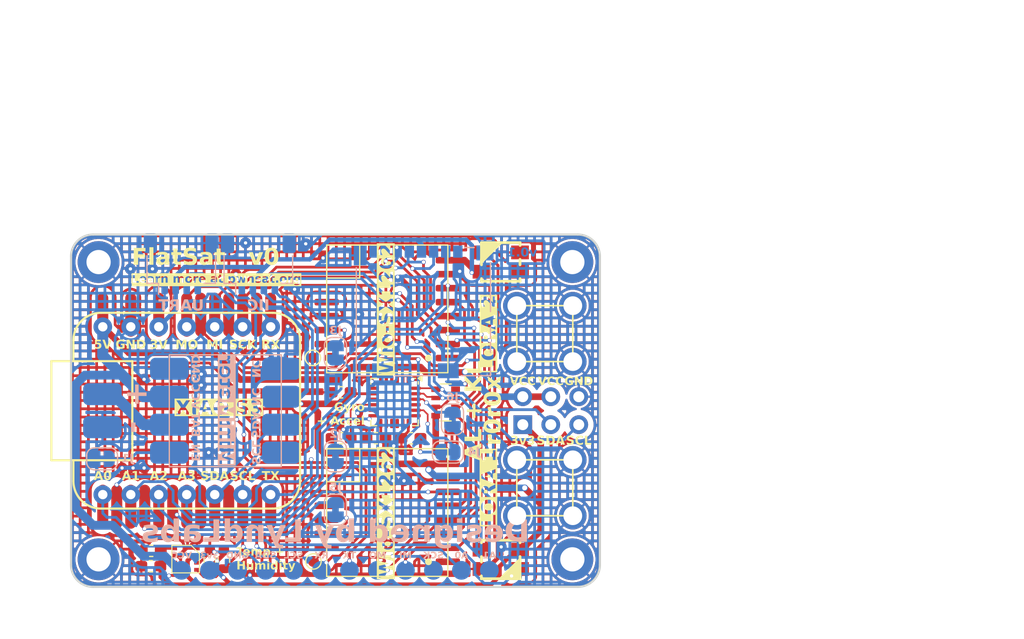
<source format=kicad_pcb>
(kicad_pcb (version 20241229) (generator "pcbnew") (generator_version "9.0")
  (layers (0 "F.Cu" signal) (2 "B.Cu" signal) (13 "F.Paste" user) (15 "B.Paste" user) (5 "F.SilkS" user "F.Silkscreen") (7 "B.SilkS" user "B.Silkscreen") (1 "F.Mask" user) (3 "B.Mask" user) (25 "Edge.Cuts" user))
  (net 0 "")
  (net 1 "Net-(U2-REGOUT)")
  (net 2 "GND")
  (net 3 "Net-(JP4-B)")
  (net 4 "MCU_RX_1")
  (net 5 "Net-(D1-DOUT)")
  (net 6 "Net-(JP4-A)")
  (net 7 "SCL")
  (net 8 "MCU_TX_1")
  (net 9 "Net-(JP1-B)")
  (net 10 "LED")
  (net 12 "CS1")
  (net 13 "CS2")
  (net 14 "SCK")
  (net 15 "MISO")
  (net 16 "MOSI")
  (net 17 "VCC")
  (net 22 "MCU_TX")
  (net 23 "MCU_RX")
  (net 24 "VBAT")
  (net 25 "Net-(JP2-A)")
  (net 26 "INT")
  (net 27 "Net-(JP3-A)")
  (net 28 "BUSY1")
  (net 29 "Net-(JP5-A)")
  (net 30 "BUSY2")
  (net 31 "Net-(U5-DI01)")
  (net 32 "Net-(U6-DI01)")
  (net 34 "SD_CS")
  (net 36 "A0")
  (net 37 "SD_DT")
  (net 39 "A1")
  (net 40 "+3V3")
  (net 41 "SDA")
  (net 42 "NCS")
  (net 43 "Net-(RN1D-R4.2)")
  (net 44 "Net-(RN1C-R3.2)")
  (footprint "Seeed:Wio-SX1262" (layer "F.Cu") (at 4.7 9.25 90)
    (property "Reference" "U6" (hide yes))
    (property "Value" "~")
  )
  (footprint "Package_LGA:Bosch_LGA-8_2.5x2.5mm_P0.65mm_ClockwisePinNumbering" (layer "F.Cu") (at -13.6 13.48 -90)
    (property "Reference" "U3" (hide yes))
    (property "Value" "BME280 /BMP280")
  )
  (footprint "MountingHole:MountingHole_2.2mm_M2_DIN965_Pad" (layer "F.Cu") (at -21.5 13.5)
    (property "Reference" "REF**" (hide yes))
    (property "Value" "M2" (hide yes))
  )
  (footprint "Capacitor_SMD:C_0603_1608Metric_Pad1.08x0.95mm_HandSolder" (layer "F.Cu") (at 0.5125 2.5 180)
    (property "Reference" "C1" (hide yes))
    (property "Value" "0.1uf")
  )
  (footprint "Capacitor_SMD:C_0603_1608Metric_Pad1.08x0.95mm_HandSolder" (layer "F.Cu") (at 0.5125 -1.67 180)
    (property "Reference" "C5" (hide yes))
    (property "Value" "0.1uf")
  )
  (footprint "Capacitor_SMD:C_0603_1608Metric_Pad1.08x0.95mm_HandSolder" (layer "F.Cu") (at 3.675 2.5 180)
    (property "Reference" "C4" (hide yes))
    (property "Value" "0.1uf")
  )
  (footprint "Connector_Coaxial:SMA_Amphenol_901-143_Horizontal" (layer "F.Cu") (at 19 7 -90)
    (property "Reference" "AE1" (hide yes))
    (property "Value" "u.fl to SMA Edge Mount")
  )
  (footprint "MountingHole:MountingHole_2.2mm_M2_DIN965_Pad" (layer "F.Cu") (at 21.5 13.5)
    (property "Reference" "REF**" (hide yes))
    (property "Value" "M2" (hide yes))
  )
  (footprint "Connector_Coaxial:SMA_Amphenol_901-143_Horizontal" (layer "F.Cu") (at 19 -7 -90)
    (property "Reference" "AE2" (hide yes))
    (property "Value" "u.fl to SMA Edge Mount")
  )
  (footprint "Capacitor_SMD:C_0603_1608Metric_Pad1.08x0.95mm_HandSolder" (layer "F.Cu") (at 6.85 2.5 180)
    (property "Reference" "C2" (hide yes))
    (property "Value" "2.2uf")
  )
  (footprint "Capacitor_SMD:C_0603_1608Metric_Pad1.08x0.95mm_HandSolder" (layer "F.Cu") (at -16.72 12.73 180)
    (property "Reference" "C6" (hide yes))
    (property "Value" "100nF")
  )
  (footprint "Capacitor_SMD:C_0603_1608Metric_Pad1.08x0.95mm_HandSolder" (layer "F.Cu") (at -16.76 14.12 180)
    (property "Reference" "C3" (hide yes))
    (property "Value" "100nF")
  )
  (footprint "MountingHole:MountingHole_2.2mm_M2_DIN965_Pad" (layer "F.Cu") (at 21.5 -13.5)
    (property "Reference" "REF**" (hide yes))
    (property "Value" "M2" (hide yes))
  )
  (footprint "Seeed:XIAO_SMT" (layer "F.Cu") (at -13.5 0 -90)
    (property "Reference" "U1" (hide yes))
    (property "Value" "Xiao" (hide yes))
  )
  (footprint "LED_SMD:LED_SK6812MINI_PLCC4_3.5x3.5mm_P1.75mm" (layer "F.Cu") (at 15 -13.5 180)
    (property "Reference" "D2" (hide yes))
    (property "Value" "SK6812MINI")
  )
  (footprint "LED_SMD:LED_SK6812MINI_PLCC4_3.5x3.5mm_P1.75mm" (layer "F.Cu") (at 15 13.5)
    (property "Reference" "D1" (hide yes))
    (property "Value" "SK6812MINI")
  )
  (footprint "Resistor_SMD:R_0603_1608Metric" (layer "F.Cu") (at -11.405 13.53 90)
    (property "Reference" "R5" (hide yes))
    (property "Value" "4.7K")
  )
  (footprint "TestPoint:TestPoint_Pad_D1.0mm" (layer "F.Cu") (at -2 13.69)
    (property "Reference" "TP2" (hide yes))
    (property "Value" "TestPoint" (hide yes))
  )
  (footprint "Connector_PinHeader_2.54mm:PinHeader_2x03_P2.54mm_Vertical" (layer "F.Cu") (at 17 1.27 90)
    (property "Reference" "J4" (hide yes))
    (property "Value" "Conn_02x03_Odd_Even")
  )
  (footprint "Seeed:Wio-SX1262" (layer "F.Cu") (at 4.7 -9.25 90)
    (property "Reference" "U5" (hide yes))
    (property "Value" "~")
  )
  (footprint "TestPoint:TestPoint_Pad_D1.0mm" (layer "F.Cu") (at -2.05 -4.8)
    (property "Reference" "TP1" (hide yes))
    (property "Value" "TestPoint" (hide yes))
  )
  (footprint "Resistor_SMD:R_Array_Convex_4x0603" (layer "F.Cu") (at 10 -0.75)
    (property "Reference" "RN1" (hide yes))
    (property "Value" "10K")
  )
  (footprint "MountingHole:MountingHole_2.2mm_M2_DIN965_Pad" (layer "F.Cu") (at -21.5 -13.5)
    (property "Reference" "REF**" (hide yes))
    (property "Value" "M2" (hide yes))
  )
  (footprint "Resistor_SMD:R_0603_1608Metric" (layer "F.Cu") (at -10.13 13.53 90)
    (property "Reference" "R4" (hide yes))
    (property "Value" "4.7K")
  )
  (footprint "Sensor_Motion:InvenSense_QFN-24_4x4mm_P0.5mm" (layer "F.Cu") (at 5.36 -0.79 -90)
    (property "Reference" "U2" (hide yes))
    (property "Value" "MPU-6050 / 6500")
  )
  (footprint "Jumper:SolderJumper-2_P1.3mm_Bridged_RoundedPad1.0x1.5mm" (layer "B.Cu") (at 10.62 0.79 -90)
    (property "Reference" "JP6" (hide yes))
    (property "Value" "SolderJumper_2_Bridged")
  )
  (footprint "PicoCharge:MiniMeter" (layer "B.Cu") (at -10 0 -90)
    (property "Reference" "U4" (hide yes))
    (property "Value" "MiniMeter")
  )
  (footprint "Connector_PinHeader_2.54mm:PinHeader_1x12_P2.54mm_Vertical" (layer "B.Cu") (at -13.97 14.5 -90)
    (property "Reference" "J5" (hide yes))
    (property "Value" "Conn_01x12_Pin")
  )
  (footprint "Jumper:SolderJumper-2_P1.3mm_Bridged_RoundedPad1.0x1.5mm" (layer "B.Cu") (at -21.18 4.37)
    (property "Reference" "JP1" (hide yes))
    (property "Value" "SolderJumper_2_Bridged")
  )
  (footprint "Connector_JST:JST_PH_S2B-PH-SM4-TB_1x02-1MP_P2.00mm_Horizontal" (layer "B.Cu") (at -24 0 90)
    (property "Reference" "J1" (hide yes))
    (property "Value" "LiPo" (hide yes))
  )
  (footprint "Connector_Card:microSD_HC_Molex_104031-0811" (layer "B.Cu") (at 8 -9 180)
    (property "Reference" "J7" (hide yes))
    (property "Value" "Micro_SD_Card_Det2")
  )
  (footprint "Jumper:SolderJumper-2_P1.3mm_Bridged_RoundedPad1.0x1.5mm" (layer "B.Cu") (at 0 4.15 -90)
    (property "Reference" "JP2" (hide yes))
    (property "Value" "SolderJumper_2_Bridged")
  )
  (footprint "Connector_JST:JST_SH_SM04B-SRSS-TB_1x04-1MP_P1.00mm_Horizontal" (layer "B.Cu") (at -14 -13.35)
    (property "Reference" "J2" (hide yes))
    (property "Value" "Conn_01x04_MountingPin" (hide yes))
  )
  (footprint "Jumper:SolderJumper-2_P1.3mm_Bridged_RoundedPad1.0x1.5mm" (layer "B.Cu") (at 10.2 3.76 180)
    (property "Reference" "JP4" (hide yes))
    (property "Value" "SolderJumper_2_Bridged")
  )
  (footprint "Connector_JST:JST_SH_SM04B-SRSS-TB_1x04-1MP_P1.00mm_Horizontal" (layer "B.Cu") (at -7 -13.35)
    (property "Reference" "J3" (hide yes))
    (property "Value" "Conn_01x04_MountingPin" (hide yes))
  )
  (footprint "Jumper:SolderJumper-2_P1.3mm_Bridged_RoundedPad1.0x1.5mm" (layer "B.Cu") (at 0 -5.25 -90)
    (property "Reference" "JP3" (hide yes))
    (property "Value" "SolderJumper_2_Bridged")
  )
  (footprint "Jumper:SolderJumper-2_P1.3mm_Bridged_RoundedPad1.0x1.5mm" (layer "B.Cu") (at 0 9 90)
    (property "Reference" "JP5" (hide yes))
    (property "Value" "SolderJumper_2_Bridged")
  )
  (gr_arc (start -24 -14) (mid -23.414214 -15.414214) (end -22 -16) (stroke (width 0.2)) (layer "Edge.Cuts"))
  (gr_arc (start 24 14) (mid 23.414214 15.414214) (end 22 16) (stroke (width 0.2)) (layer "Edge.Cuts"))
  (gr_line (start -22 16) (end 22 16) (stroke (width 0.2)) (layer "Edge.Cuts"))
  (gr_line (start 22 -16) (end -22 -16) (stroke (width 0.2)) (layer "Edge.Cuts"))
  (gr_arc (start -22 16) (mid -23.414214 15.414214) (end -24 14) (stroke (width 0.2)) (layer "Edge.Cuts"))
  (gr_line (start -24 -14) (end -24 14) (stroke (width 0.2)) (layer "Edge.Cuts"))
  (gr_line (start 24 14) (end 24 -14) (stroke (width 0.2)) (layer "Edge.Cuts"))
  (gr_arc (start 22 -16) (mid 23.414214 -15.414214) (end 24 -14) (stroke (width 0.2)) (layer "Edge.Cuts"))
  (gr_text "v0.1" (at 18.3 -13.87 0) (layer "B.Cu") (effects (font (size 0.8 0.8) (thickness 0.15) (bold yes)) (justify left bottom mirror)))
  (gr_text "AL + KL" (at 13.5 0 90) (layer "F.SilkS") (effects (font (size 1.5 1.5) (thickness 0.1875) (bold yes)) (justify bottom)))
  (gr_text "Temp +\nHumidity" (at -9 13.475 0) (layer "F.SilkS") (effects (font (size 0.75 0.75) (thickness 0.1875) (bold yes)) (justify left)))
  (gr_text "Learn more at pwnsat.org" (at -18.5 -11.5 0) (layer "F.SilkS" knockout) (effects (font (size 0.75 0.75) (thickness 0.1875) (bold yes)) (justify left bottom)))
  (gr_text "r0r0x" (at 15.25 0 90) (layer "F.SilkS") (effects (font (size 1.5 1.5) (thickness 0.1875) (bold yes)) (justify bottom)))
  (gr_text "FlatSat" (at -18.5 -13 0) (layer "F.SilkS") (effects (font (size 1.5 1.5) (thickness 0.3) (bold yes)) (justify left bottom)))
  (gr_text "Gyro\n+ Accel" (at 2.66 1.4 0) (layer "F.SilkS") (effects (font (size 0.75 0.75) (thickness 0.1875) (bold yes)) (justify right bottom)))
  (gr_text "v0" (at -7.9 -13 0) (layer "F.SilkS") (effects (font (size 1.5 1.5) (thickness 0.3) (bold yes)) (justify left bottom)))
  (gr_text "Designed by LyndLabs" (at 0 12.25 0) (layer "B.SilkS") (effects (font (size 2 2) (thickness 0.1875) (bold yes)) (justify bottom mirror)))
  (segment (start 1.375 -0.035) (end 1.375 2.5) (width 0.15) (layer "F.Cu") (net 1))
  (segment (start 3.41 -0.54) (end 1.88 -0.54) (width 0.15) (layer "F.Cu") (net 1))
  (segment (start 1.88 -0.54) (end 1.375 -0.035) (width 0.15) (layer "F.Cu") (net 1))
  (segment (start -14.049 12.959) (end -13.595 12.505) (width 0.25) (layer "F.Cu") (net 2))
  (segment (start 2.275 -0.04) (end 3.41 -0.04) (width 0.15) (layer "F.Cu") (net 2))
  (segment (start 6.995 -2.84) (end 6.71 -2.84) (width 0.25) (layer "F.Cu") (net 2))
  (segment (start -14.049 13.231) (end -14.049 13.49) (width 0.25) (layer "F.Cu") (net 2))
  (segment (start -17.4 14.3825) (end -17.44 14.3425) (width 0.4) (layer "F.Cu") (net 2))
  (segment (start 13.727 14.375) (end 15.04 13.062) (width 0.4) (layer "F.Cu") (net 2))
  (segment (start -14.049 13.231) (end -14.049 12.959) (width 0.25) (layer "F.Cu") (net 2))
  (segment (start 6.61 1.16) (end 6.61 1.8775) (width 0.25) (layer "F.Cu") (net 2))
  (segment (start -14.049 13.49) (end -14.384 13.155) (width 0.25) (layer "F.Cu") (net 2))
  (segment (start -14.625 14.455) (end -14.385 14.455) (width 0.25) (layer "F.Cu") (net 2))
  (segment (start 5.293201 3.194299) (end 5.9875 2.5) (width 0.25) (layer "F.Cu") (net 2))
  (segment (start 6.71 -2.84) (end 6.61 -2.74) (width 0.25) (layer "F.Cu") (net 2))
  (segment (start -13.595 12.505) (end -12.575 12.505) (width 0.25) (layer "F.Cu") (net 2))
  (segment (start 13.25 14.375) (end 13.727 14.375) (width 0.4) (layer "F.Cu") (net 2))
  (segment (start 6.2 2.2875) (end 5.9875 2.5) (width 0.15) (layer "F.Cu") (net 2))
  (segment (start 5.288816 3.194299) (end 5.293201 3.194299) (width 0.25) (layer "F.Cu") (net 2))
  (segment (start -14.385 14.455) (end -14.049 14.119) (width 0.25) (layer "F.Cu") (net 2))
  (segment (start -14.384 13.155) (end -14.625 13.155) (width 0.25) (layer "F.Cu") (net 2))
  (segment (start 15.04 13.062) (end 15.04 12.37) (width 0.4) (layer "F.Cu") (net 2))
  (segment (start 2.01 0.225) (end 2.275 -0.04) (width 0.15) (layer "F.Cu") (net 2))
  (segment (start -14.049 14.119) (end -14.049 13.231) (width 0.25) (layer "F.Cu") (net 2))
  (segment (start 6.61 1.8775) (end 5.9875 2.5) (width 0.25) (layer "F.Cu") (net 2))
  (via (at -1.12 -13.87) (size 0.4) (drill 0.3) (layers "F.Cu" "B.Cu") (net 2))
  (via (at 5.22 6.36) (size 0.4) (drill 0.3) (layers "F.Cu" "B.Cu") (net 2))
  (via (at 6.22 6.36) (size 0.4) (drill 0.3) (layers "F.Cu" "B.Cu") (net 2))
  (via (at 5.47 -6.02) (size 0.4) (drill 0.3) (layers "F.Cu" "B.Cu") (net 2))
  (via (at 2.1 -8.74) (size 0.4) (drill 0.3) (layers "F.Cu" "B.Cu") (net 2))
  (via (at -9.04 -12.4) (size 0.4) (drill 0.3) (layers "F.Cu" "B.Cu") (net 2))
  (via (at 5.33 11.37) (size 0.4) (drill 0.3) (layers "F.Cu" "B.Cu") (net 2))
  (via (at -18.61 -12.88) (size 0.4) (drill 0.3) (layers "F.Cu" "B.Cu") (net 2))
  (via (at -12.18 -3.32) (size 0.4) (drill 0.3) (layers "F.Cu" "B.Cu") (net 2))
  (via (at 3.3 -2.65) (size 0.4) (drill 0.3) (layers "F.Cu" "B.Cu") (net 2))
  (via (at -17.37 5.2) (size 0.4) (drill 0.3) (layers "F.Cu" "B.Cu") (net 2))
  (via (at -16.61 -12.88) (size 0.4) (drill 0.3) (layers "F.Cu" "B.Cu") (net 2))
  (via (at -3.71 -11.03) (size 0.4) (drill 0.3) (layers "F.Cu" "B.Cu") (net 2))
  (via (at -4.33 -7.65) (size 0.4) (drill 0.3) (layers "F.Cu" "B.Cu") (net 2))
  (via (at 0.72 1.71) (size 0.4) (drill 0.3) (layers "F.Cu" "B.Cu") (net 2))
  (via (at 5.64 -12.15) (size 0.4) (drill 0.3) (layers "F.Cu" "B.Cu") (net 2))
  (via (at 11.28 -12.66) (size 0.4) (drill 0.3) (layers "F.Cu" "B.Cu") (net 2))
  (via (at 5.288816 3.194299) (size 0.4) (drill 0.3) (layers "F.Cu" "B.Cu") (net 2))
  (via (at 6.995 -2.84) (size 0.4) (drill 0.3) (layers "F.Cu" "B.Cu") (net 2))
  (via (at -12.18 -2.32) (size 0.4) (drill 0.3) (layers "F.Cu" "B.Cu") (net 2))
  (via (at -7.77 14.94) (size 0.4) (drill 0.3) (layers "F.Cu" "B.Cu") (net 2))
  (via (at 11.75 -2.44) (size 0.4) (drill 0.3) (layers "F.Cu" "B.Cu") (net 2))
  (via (at 15.04 12.37) (size 0.4) (drill 0.3) (layers "F.Cu" "B.Cu") (net 2))
  (via (at -11.51 3.8) (size 0.4) (drill 0.3) (layers "F.Cu" "B.Cu") (net 2))
  (via (at 4.22 8.13) (size 0.4) (drill 0.3) (layers "F.Cu" "B.Cu") (net 2))
  (via (at -15.116171 14.998796) (size 0.4) (drill 0.3) (layers "F.Cu" "B.Cu") (net 2))
  (via (at 5.56 -14.83) (size 0.4) (drill 0.3) (layers "F.Cu" "B.Cu") (net 2))
  (via (at -18.37 5.2) (size 0.4) (drill 0.3) (layers "F.Cu" "B.Cu") (net 2))
  (via (at -2.7 -15.16) (size 0.4) (drill 0.3) (layers "F.Cu" "B.Cu") (net 2))
  (via (at -10.51 3.8) (size 0.4) (drill 0.3) (layers "F.Cu" "B.Cu") (net 2))
  (via (at -8.16 -15.24) (size 0.4) (drill 0.3) (layers "F.Cu" "B.Cu") (net 2))
  (via (at 2.01 0.225) (size 0.4) (drill 0.3) (layers "F.Cu" "B.Cu") (net 2))
  (via (at -19.37 5.2) (size 0.4) (drill 0.3) (layers "F.Cu" "B.Cu") (net 2))
  (via (at 4.22 6.36) (size 0.4) (drill 0.3) (layers "F.Cu" "B.Cu") (net 2))
  (via (at -17.37 -2.85) (size 0.4) (drill 0.3) (layers "F.Cu" "B.Cu") (net 2))
  (via (at 4.1 -8.74) (size 0.4) (drill 0.3) (layers "F.Cu" "B.Cu") (net 2))
  (segment (start 10.24 -3.625) (end 12.365 -5.75) (width 0.25) (layer "B.Cu") (net 2))
  (segment (start 3.281 -13.064) (end 4.815123 -13.064) (width 0.25) (layer "B.Cu") (net 2))
  (segment (start 5.605 -13.853877) (end 5.605 -14.45) (width 0.25) (layer "B.Cu") (net 2))
  (segment (start -8.5 -11.9) (end -8.5 -11.35) (width 0.25) (layer "B.Cu") (net 2))
  (segment (start 2.245 -14.1) (end 3.281 -13.064) (width 0.25) (layer "B.Cu") (net 2))
  (segment (start -9 -12.4) (end -8.5 -11.9) (width 0.25) (layer "B.Cu") (net 2))
  (segment (start 15.17 -5.75) (end 16.46 -4.46) (width 0.25) (layer "B.Cu") (net 2))
  (segment (start 12.365 -5.75) (end 15.17 -5.75) (width 0.25) (layer "B.Cu") (net 2))
  (segment (start -9.04 -12.4) (end -9 -12.4) (width 0.25) (layer "B.Cu") (net 2))
  (segment (start 4.815123 -13.064) (end 5.605 -13.853877) (width 0.25) (layer "B.Cu") (net 2))
  (segment (start 7.7125 2.5) (end 7.7125 3.7375) (width 0.25) (layer "F.Cu") (net 3))
  (segment (start 7.7125 3.7375) (end 7.71 3.74) (width 0.25) (layer "F.Cu") (net 3))
  (via (at 7.71 3.74) (size 0.4) (drill 0.3) (layers "F.Cu" "B.Cu") (net 3))
  (segment (start 9.55 3.76) (end 7.73 3.76) (width 0.25) (layer "B.Cu") (net 3))
  (segment (start 7.73 3.76) (end 7.71 3.74) (width 0.25) (layer "B.Cu") (net 3))
  (segment (start 13.25 12.625) (end 13.691 12.184) (width 0.25) (layer "F.Cu") (net 5))
  (segment (start 14.46 -0.97) (end 14.46 -5.97) (width 0.25) (layer "F.Cu") (net 5))
  (segment (start 13.691 -0.201) (end 14.46 -0.97) (width 0.25) (layer "F.Cu") (net 5))
  (segment (start 14.75 -13.202) (end 13.577 -14.375) (width 0.25) (layer "F.Cu") (net 5))
  (segment (start 14.46 -5.97) (end 14.75 -6.26) (width 0.25) (layer "F.Cu") (net 5))
  (segment (start 13.691 12.184) (end 13.691 -0.201) (width 0.25) (layer "F.Cu") (net 5))
  (segment (start 13.577 -14.375) (end 13.25 -14.375) (width 0.25) (layer "F.Cu") (net 5))
  (segment (start 14.75 -6.26) (end 14.75 -13.202) (width 0.25) (layer "F.Cu") (net 5))
  (segment (start 7.99 -0.04) (end 8.37 0.34) (width 0.15) (layer "F.Cu") (net 6))
  (segment (start 7.31 -0.04) (end 7.99 -0.04) (width 0.15) (layer "F.Cu") (net 6))
  (segment (start 8.37 0.34) (end 8.37 1.2) (width 0.15) (layer "F.Cu") (net 6))
  (via (at 8.37 1.2) (size 0.4) (drill 0.3) (layers "F.Cu" "B.Cu") (net 6))
  (segment (start 9.988106 2.48) (end 10.85 3.341894) (width 0.25) (layer "B.Cu") (net 6))
  (segment (start 8.37 1.2) (end 8.37 1.91) (width 0.25) (layer "B.Cu") (net 6))
  (segment (start 8.94 2.48) (end 9.988106 2.48) (width 0.25) (layer "B.Cu") (net 6))
  (segment (start 8.37 1.91) (end 8.94 2.48) (width 0.25) (layer "B.Cu") (net 6))
  (segment (start 10.85 3.341894) (end 10.85 3.76) (width 0.25) (layer "B.Cu") (net 6))
  (segment (start 6.518 -9.32419) (end 5.801418 -10.040772) (width 0.25) (layer "F.Cu") (net 7))
  (segment (start -11.949 15.081) (end -10.856 15.081) (width 0.25) (layer "F.Cu") (net 7))
  (segment (start -8.42 12.645) (end -8.42 7.62) (width 0.25) (layer "F.Cu") (net 7))
  (segment (start 5.801418 -10.040772) (end 5.696764 -10.040772) (width 0.25) (layer "F.Cu") (net 7))
  (segment (start 6.53 -5.749) (end 6.518 -5.761) (width 0.25) (layer "F.Cu") (net 7))
  (segment (start 8.2981 -1.253) (end 8.0001 -1.551) (width 0.15) (layer "F.Cu") (net 7))
  (segment (start 8.997 -1.253) (end 8.2981 -1.253) (width 0.15) (layer "F.Cu") (net 7))
  (segment (start 9.1 -1.15) (end 9.72 -1.15) (width 0.25) (layer "F.Cu") (net 7))
  (segment (start 8.0001 -1.551) (end 7.31 -1.551) (width 0.15) (layer "F.Cu") (net 7))
  (segment (start -10.13 14.355) (end -8.42 12.645) (width 0.25) (layer "F.Cu") (net 7))
  (segment (start 9.1 -1.15) (end 8.997 -1.253) (width 0.15) (layer "F.Cu") (net 7))
  (segment (start -12.575 14.455) (end -11.949 15.081) (width 0.25) (layer "F.Cu") (net 7))
  (segment (start 6.518 -5.761) (end 6.518 -9.32419) (width 0.25) (layer "F.Cu") (net 7))
  (segment (start -10.856 15.081) (end -10.13 14.355) (width 0.25) (layer "F.Cu") (net 7))
  (via (at 5.696764 -10.040772) (size 0.4) (drill 0.3) (layers "F.Cu" "B.Cu") (net 7))
  (via (at 9.72 -1.15) (size 0.4) (drill 0.3) (layers "F.Cu" "B.Cu") (net 7))
  (via (at -8.366268 12.358732) (size 0.4) (drill 0.3) (layers "F.Cu" "B.Cu") (net 7))
  (via (at 6.53 -5.749) (size 0.4) (drill 0.3) (layers "F.Cu" "B.Cu") (net 7))
  (segment (start -4.92 3.81) (end -6.35 3.81) (width 0.25) (layer "B.Cu") (net 7))
  (segment (start -8.42 5.95781) (end -8.42 7.62) (width 0.25) (layer "B.Cu") (net 7))
  (segment (start -5.5 -11.35) (end -5.5 -10.84) (width 0.25) (layer "B.Cu") (net 7))
  (segment (start 4.311418 -10.040772) (end 2.35219 -12) (width 0.25) (layer "B.Cu") (net 7))
  (segment (start -2.844 2.594) (end -4.075 3.825) (width 0.25) (layer "B.Cu") (net 7))
  (segment (start 2.35219 -12) (end -4.85 -12) (width 0.25) (layer "B.Cu") (net 7))
  (segment (start 8.513 -5.047) (end 7.811 -5.749) (width 0.25) (layer "B.Cu") (net 7))
  (segment (start -6.545 4.005) (end -6.545 4.08281) (width 0.25) (layer "B.Cu") (net 7))
  (segment (start -7.561 12.659) (end -7.01 13.21) (width 0.25) (layer "B.Cu") (net 7))
  (segment (start 5.696764 -10.040772) (end 4.311418 -10.040772) (width 0.25) (layer "B.Cu") (net 7))
  (segment (start 7.811 -5.749) (end 6.53 -5.749) (width 0.25) (layer "B.Cu") (net 7))
  (segment (start -5.58 13.21) (end -4.29 14.5) (width 0.25) (layer "B.Cu") (net 7))
  (segment (start -4.491 -10.341) (end -1.64 -7.49) (width 0.25) (layer "B.Cu") (net 7))
  (segment (start 9.72 -1.15) (end 8.513 -2.357) (width 0.25) (layer "B.Cu") (net 7))
  (segment (start -4.92 2.98) (end -4.92 3.81) (width 0.25) (layer "B.Cu") (net 7))
  (segment (start -4.85 -12) (end -5.5 -11.35) (width 0.25) (layer "B.Cu") (net 7))
  (segment (start 12.86919 0.357) (end 13.735 0.357) (width 0.25) (layer "B.Cu") (net 7))
  (segment (start -8.066 12.659) (end -7.561 12.659) (width 0.25) (layer "B.Cu") (net 7))
  (segment (start -1.64 -0.3) (end -2.844 0.904) (width 0.25) (layer "B.Cu") (net 7))
  (segment (start -4.29 14.5) (end -3.81 14.5) (width 0.25) (layer "B.Cu") (net 7))
  (segment (start 15.998 2.62) (end 20.73 2.62) (width 0.25) (layer "B.Cu") (net 7))
  (segment (start -5.5 -10.84) (end -5.001 -10.341) (width 0.25) (layer "B.Cu") (net 7))
  (segment (start -8.366268 12.358732) (end -8.066 12.659) (width 0.25) (layer "B.Cu") (net 7))
  (segment (start 11.36219 -1.15) (end 12.86919 0.357) (width 0.25) (layer "B.Cu") (net 7))
  (segment (start -5.001 -10.341) (end -4.491 -10.341) (width 0.25) (layer "B.Cu") (net 7))
  (segment (start 8.513 -2.357) (end 8.513 -5.047) (width 0.25) (layer "B.Cu") (net 7))
  (segment (start 20.73 2.62) (end 22.08 1.27) (width 0.25) (layer "B.Cu") (net 7))
  (segment (start 13.735 0.357) (end 15.998 2.62) (width 0.25) (layer "B.Cu") (net 7))
  (segment (start -6.545 4.08281) (end -8.42 5.95781) (width 0.25) (layer "B.Cu") (net 7))
  (segment (start -7.01 13.21) (end -5.58 13.21) (width 0.25) (layer "B.Cu") (net 7))
  (segment (start -1.64 -7.49) (end -1.64 -0.3) (width 0.25) (layer "B.Cu") (net 7))
  (segment (start 9.72 -1.15) (end 11.36219 -1.15) (width 0.25) (layer "B.Cu") (net 7))
  (segment (start -4.075 3.825) (end -4.92 2.98) (width 0.25) (layer "B.Cu") (net 7))
  (segment (start -6.35 3.81) (end -6.545 4.005) (width 0.25) (layer "B.Cu") (net 7))
  (segment (start -2.844 0.904) (end -2.844 2.594) (width 0.25) (layer "B.Cu") (net 7))
  (segment (start -18.6 4.37) (end -18.04 3.81) (width 0.25) (layer "B.Cu") (net 9))
  (segment (start -18.04 3.81) (end -15.08 3.81) (width 0.25) (layer "B.Cu") (net 9))
  (segment (start -20.53 4.37) (end -18.6 4.37) (width 0.25) (layer "B.Cu") (net 9))
  (segment (start 16.75 14.375) (end 16.575 14.375) (width 0.25) (layer "F.Cu") (net 10))
  (via (at 15.98 15.01) (size 0.4) (drill 0.3) (layers "F.Cu" "B.Cu") (net 10))
  (segment (start -5.901 12.179) (end -6.3 11.78) (width 0.25) (layer "B.Cu") (net 10))
  (segment (start -20.746 9.684) (end -21.12 9.31) (width 0.25) (layer "B.Cu") (net 10))
  (segment (start 15.98 15.01) (end 15.31 15.68) (width 0.25) (layer "B.Cu") (net 10))
  (segment (start 12.65 13.868884) (end 10.960116 12.179) (width 0.25) (layer "B.Cu") (net 10))
  (segment (start -8.53 11.78) (end -9.05 12.3) (width 0.25) (layer "B.Cu") (net 10))
  (segment (start 13.486884 15.68) (end 12.65 14.843116) (width 0.25) (layer "B.Cu") (net 10))
  (segment (start 15.31 15.68) (end 13.486884 15.68) (width 0.25) (layer "B.Cu") (net 10))
  (segment (start -9.05 12.3) (end -17.303281 12.3) (width 0.25) (layer "B.Cu") (net 10))
  (segment (start 10.960116 12.179) (end -5.901 12.179) (width 0.25) (layer "B.Cu") (net 10))
  (segment (start 12.65 14.843116) (end 12.65 13.868884) (width 0.25) (layer "B.Cu") (net 10))
  (segment (start -17.303281 12.3) (end -19.919281 9.684) (width 0.25) (layer "B.Cu") (net 10))
  (segment (start -19.919281 9.684) (end -20.746 9.684) (width 0.25) (layer "B.Cu") (net 10))
  (segment (start -6.3 11.78) (end -8.53 11.78) (width 0.25) (layer "B.Cu") (net 10))
  (segment (start -21.12 9.31) (end -21.12 7.62) (width 0.25) (layer "B.Cu") (net 10))
  (via (at 10.2 -11.36) (size 0.4) (drill 0.3) (layers "F.Cu" "B.Cu") (net 12))
  (segment (start 10.2 -11.36) (end 10.194 -11.354) (width 0.25) (layer "B.Cu") (net 12))
  (segment (start -15.552884 6.444) (end -17.404 6.444) (width 0.25) (layer "B.Cu") (net 12))
  (segment (start 7.68 -6.95) (end 4.81 -6.95) (width 0.25) (layer "B.Cu") (net 12))
  (segment (start 2.16 -1.28781) (end -1.189 2.06119) (width 0.25) (layer "B.Cu") (net 12))
  (segment (start 10.194 -11.354) (end 10.194 -9.464) (width 0.25) (layer "B.Cu") (net 12))
  (segment (start -14.736095 7.260789) (end -15.552884 6.444) (width 0.25) (layer "B.Cu") (net 12))
  (segment (start -4.961 9.901) (end -13.12119 9.901) (width 0.25) (layer "B.Cu") (net 12))
  (segment (start -13.12119 9.901) (end -14.736095 8.286095) (width 0.25) (layer "B.Cu") (net 12))
  (segment (start -1.189 2.06119) (end -1.189 6.129) (width 0.25) (layer "B.Cu") (net 12))
  (segment (start 2.16 -4.3) (end 2.16 -1.28781) (width 0.25) (layer "B.Cu") (net 12))
  (segment (start -17.404 6.444) (end -18.58 7.62) (width 0.25) (layer "B.Cu") (net 12))
  (segment (start 10.194 -9.464) (end 7.68 -6.95) (width 0.25) (layer "B.Cu") (net 12))
  (segment (start 4.81 -6.95) (end 2.16 -4.3) (width 0.25) (layer "B.Cu") (net 12))
  (segment (start -14.736095 8.286095) (end -14.736095 7.260789) (width 0.25) (layer "B.Cu") (net 12))
  (segment (start -1.189 6.129) (end -4.961 9.901) (width 0.25) (layer "B.Cu") (net 12))
  (segment (start 10.19 7.38) (end 10.2 7.37) (width 0.25) (layer "F.Cu") (net 13))
  (segment (start 8.4 7.38) (end 10.19 7.38) (width 0.25) (layer "F.Cu") (net 13))
  (via (at 8.4 7.38) (size 0.4) (drill 0.3) (layers "F.Cu" "B.Cu") (net 13))
  (segment (start -16.04 7.62) (end -16.04 8.81) (width 0.25) (layer "B.Cu") (net 13))
  (segment (start -14.047 10.803) (end -4.58738 10.803) (width 0.25) (layer "B.Cu") (net 13))
  (segment (start -4.58738 10.803) (end -1.16438 7.38) (width 0.25) (layer "B.Cu") (net 13))
  (segment (start -16.04 8.81) (end -14.047 10.803) (width 0.25) (layer "B.Cu") (net 13))
  (segment (start -1.16438 7.38) (end 8.4 7.38) (width 0.25) (layer "B.Cu") (net 13))
  (segment (start 9.64 -8.59) (end 9.32 -8.59) (width 0.25) (layer "F.Cu") (net 14))
  (segment (start -8.42 -7.62) (end -7.976 -8.064) (width 0.25) (layer "F.Cu") (net 14))
  (segment (start -7.36814 -11.17) (end -8.42 -10.11814) (width 0.25) (layer "F.Cu") (net 14))
  (segment (start 3.74781 -12.14) (end -4.98 -12.14) (width 0.25) (layer "F.Cu") (net 14))
  (segment (start 12.57 -7.505) (end 12.57 -6.175818) (width 0.25) (layer "F.Cu") (net 14))
  (segment (start 12.27 8.39) (end 10.75 9.91) (width 0.25) (layer "F.Cu") (net 14))
  (segment (start 9.57 9.91) (end 10.2 9.91) (width 0.25) (layer "F.Cu") (net 14))
  (segment (start 6.99419 11.548) (end 7.932 11.548) (width 0.25) (layer "F.Cu") (net 14))
  (segment (start 7.932 11.548) (end 9.57 9.91) (width 0.25) (layer "F.Cu") (net 14))
  (segment (start 5.293422 13.248768) (end 6.99419 11.548) (width 0.25) (layer "F.Cu") (net 14))
  (segment (start 13.078 -1.56019) (end 12.27 -0.75219) (width 0.25) (layer "F.Cu") (net 14))
  (segment (start 13.078 -5.667818) (end 13.078 -1.56019) (width 0.25) (layer "F.Cu") (net 14))
  (segment (start 4.569078 -12.961268) (end 3.74781 -12.14) (width 0.25) (layer "F.Cu") (net 14))
  (segment (start 10.21 -8.02) (end 10.2 -8.03) (width 0.25) (layer "F.Cu") (net 14))
  (segment (start 10.21 -8.58) (end 10.2 -8.59) (width 0.25) (layer "F.Cu") (net 14))
  (segment (start 10.75 9.91) (end 10.2 9.91) (width 0.25) (layer "F.Cu") (net 14))
  (segment (start 7.99 -12.75) (end 7.99 -13.499998) (width 0.25) (layer "F.Cu") (net 14))
  (segment (start 12.57 -6.175818) (end 13.078 -5.667818) (width 0.25) (layer "F.Cu") (net 14))
  (segment (start 5.188768 13.248768) (end 5.293422 13.248768) (width 0.25) (layer "F.Cu") (net 14))
  (segment (start -5.95 -11.17) (end -7.36814 -11.17) (width 0.25) (layer "F.Cu") (net 14))
  (segment (start -8.42 -10.11814) (end -8.42 -7.62) (width 0.25) (layer "F.Cu") (net 14))
  (segment (start 5.456268 -12.961268) (end 4.569078 -12.961268) (width 0.25) (layer "F.Cu") (net 14))
  (segment (start 12.27 -0.75219) (end 12.27 8.39) (width 0.25) (layer "F.Cu") (net 14))
  (segment (start 5.456268 -12.961268) (end 5.028732 -12.961268) (width 0.25) (layer "F.Cu") (net 14))
  (segment (start 9.32 -8.59) (end 8.626 -9.284) (width 0.25) (layer "F.Cu") (net 14))
  (segment (start 8.626 -12.114) (end 7.99 -12.75) (width 0.25) (layer "F.Cu") (net 14))
  (segment (start 10.21 -8.02) (end 10.21 -8.58) (width 0.25) (layer "F.Cu") (net 14))
  (segment (start 11.055 -8.59) (end 10.2 -8.59) (width 0.25) (layer "F.Cu") (net 14))
  (segment (start 8.626 -9.284) (end 8.626 -12.114) (width 0.25) (layer "F.Cu") (net 14))
  (segment (start -4.98 -12.14) (end -5.95 -11.17) (width 0.25) (layer "F.Cu") (net 14))
  (via (at 7.99 -13.499998) (size 0.4) (drill 0.3) (layers "F.Cu" "B.Cu") (net 14))
  (via (at 5.456268 -12.961268) (size 0.4) (drill 0.3) (layers "F.Cu" "B.Cu") (net 14))
  (via (at 12.57 -7.505) (size 0.4) (drill 0.3) (layers "F.Cu" "B.Cu") (net 14))
  (via (at 5.188768 13.248768) (size 0.4) (drill 0.3) (layers "F.Cu" "B.Cu") (net 14))
  (via (at 10.21 -8.02) (size 0.4) (drill 0.3) (layers "F.Cu" "B.Cu") (net 14))
  (segment (start 5.271232 13.248768) (end 5.29 13.23) (width 0.25) (layer "B.Cu") (net 14))
  (segment (start 5.475 -12.98) (end 6.07 -12.98) (width 0.25) (layer "B.Cu") (net 14))
  (segment (start 6.589998 -14.334998) (end 6.705 -14.45) (width 0.25) (layer "B.Cu") (net 14))
  (segment (start 6.589998 -13.499998) (end 7.99 -13.499998) (width 0.25) (layer "B.Cu") (net 14))
  (segment (start 12.57 -7.505) (end 10.725 -7.505) (width 0.25) (layer "B.Cu") (net 14))
  (segment (start 5.188768 13.248768) (end 5.271232 13.248768) (width 0.25) (layer "B.Cu") (net 14))
  (segment (start 10.725 -7.505) (end 10.21 -8.02) (width 0.25) (layer "B.Cu") (net 14))
  (segment (start 6.589998 -13.499998) (end 6.589998 -14.334998) (width 0.25) (layer "B.Cu") (net 14))
  (segment (start 5.29 13.23) (end 7.62 13.23) (width 0.25) (layer "B.Cu") (net 14))
  (segment (start 6.07 -12.98) (end 6.589998 -13.499998) (width 0.25) (layer "B.Cu") (net 14))
  (segment (start 5.456268 -12.961268) (end 5.475 -12.98) (width 0.25) (layer "B.Cu") (net 14))
  (segment (start 7.62 13.23) (end 8.89 14.5) (width 0.25) (layer "B.Cu") (net 14))
  (segment (start 13.211 8.74681) (end 12.08 9.87781) (width 0.25) (layer "F.Cu") (net 15))
  (segment (start 13.211 -0.41757) (end 13.211 8.74681) (width 0.25) (layer "F.Cu") (net 15))
  (segment (start 12.08 9.87781) (end 12.08 11.465) (width 0.25) (layer "F.Cu") (net 15))
  (segment (start -10.516 -10.56214) (end -9.90814 -11.17) (width 0.25) (layer "F.Cu") (net 15))
  (segment (start 7.42 -8.72) (end 8.69 -7.45) (width 0.25) (layer "F.Cu") (net 15))
  (segment (start -5.16681 -12.591) (end 3.561 -12.591) (width 0.25) (layer "F.Cu") (net 15))
  (segment (start 12.08 11.465) (end 11.095 12.45) (width 0.25) (layer "F.Cu") (net 15))
  (segment (start -9.90814 -11.17) (end -8.00595 -11.17) (width 0.25) (layer "F.Cu") (net 15))
  (segment (start 8.69 -7.45) (end 8.69 -6.97) (width 0.25) (layer "F.Cu") (net 15))
  (segment (start 11.095 12.45) (end 10.2 12.45) (width 0.25) (layer "F.Cu") (net 15))
  (segment (start 8.69 -6.97) (end 9.61 -6.05) (width 0.25) (layer "F.Cu") (net 15))
  (segment (start 3.561 -12.591) (end 4.56 -13.59) (width 0.25) (layer "F.Cu") (net 15))
  (segment (start -10.516 -8.894) (end -10.516 -10.56214) (width 0.25) (layer "F.Cu") (net 15))
  (segment (start 6.35 13.46781) (end 7.36781 12.45) (width 0.25) (layer "F.Cu") (net 15))
  (segment (start 5.57 -13.59) (end 7.42 -11.74) (width 0.25) (layer "F.Cu") (net 15))
  (segment (start 7.36781 12.45) (end 10.2 12.45) (width 0.25) (layer "F.Cu") (net 15))
  (segment (start 7.42 -11.74) (end 7.42 -8.72) (width 0.25) (layer "F.Cu") (net 15))
  (segment (start -8.00595 -11.17) (end -7.55495 -11.621) (width 0.25) (layer "F.Cu") (net 15))
  (segment (start 13.98 -6.39) (end 13.98 -1.18657) (width 0.25) (layer "F.Cu") (net 15))
  (segment (start -7.55495 -11.621) (end -6.13681 -11.621) (width 0.25) (layer "F.Cu") (net 15))
  (segment (start 6.35 13.755) (end 6.35 13.46781) (width 0.25) (layer "F.Cu") (net 15))
  (segment (start 13.98 -1.18657) (end 13.211 -0.41757) (width 0.25) (layer "F.Cu") (net 15))
  (segment (start -6.13681 -11.621) (end -5.16681 -12.591) (width 0.25) (layer "F.Cu") (net 15))
  (segment (start -10.96 -8.45) (end -10.516 -8.894) (width 0.25) (layer "F.Cu") (net 15))
  (segment (start -10.96 -7.62) (end -10.96 -8.45) (width 0.25) (layer "F.Cu") (net 15))
  (segment (start 4.56 -13.59) (end 5.57 -13.59) (width 0.25) (layer "F.Cu") (net 15))
  (segment (start 9.61 -6.05) (end 10.2 -6.05) (width 0.25) (layer "F.Cu") (net 15))
  (via (at 13.98 -6.39) (size 0.4) (drill 0.3) (layers "F.Cu" "B.Cu") (net 15))
  (via (at 4.56 -13.59) (size 0.4) (drill 0.3) (layers "F.Cu" "B.Cu") (net 15))
  (via (at 11.02 -6.39) (size 0.4) (drill 0.3) (layers "F.Cu" "B.Cu") (net 15))
  (via (at 6.35 13.755) (size 0.4) (drill 0.3) (layers "F.Cu" "B.Cu") (net 15))
  (segment (start 11.04 -6.41) (end 11.02 -6.39) (width 0.25) (layer "B.Cu") (net 15))
  (segment (start 4.56 -13.59) (end 4.56 -14.395) (width 0.25) (layer "B.Cu") (net 15))
  (segment (start 13.98 -6.39) (end 13.96 -6.41) (width 0.25) (layer "B.Cu") (net 15))
  (segment (start 4.56 -14.395) (end 4.505 -14.45) (width 0.25) (layer "B.Cu") (net 15))
  (segment (start 13.96 -6.41) (end 11.04 -6.41) (width 0.25) (layer "B.Cu") (net 15))
  (segment (start 8.05 -11.852464) (end 8.05 -8.97219) (width 0.25) (layer "F.Cu") (net 16))
  (segment (start 8.05 -8.97219) (end 8.774 -8.24819) (width 0.25) (layer "F.Cu") (net 16))
  (segment (start 5.714768 13.466645) (end 5.714768 13.465232) (width 0.25) (layer "F.Cu") (net 16))
  (segment (start 5.742464 -14.16) (end 4.386123 -14.16) (width 0.25) (layer "F.Cu") (net 16))
  (segment (start -12.53 -11.27) (end -13.5 -10.3) (width 0.25) (layer "F.Cu") (net 16))
  (segment (start -5.35362 -13.042) (end -6.32362 -12.072) (width 0.25) (layer "F.Cu") (net 16))
  (segment (start 4.386123 -14.16) (end 3.268123 -13.042) (width 0.25) (layer "F.Cu") (net 16))
  (segment (start 13.529 -1.37338) (end 12.76 -0.60438) (width 0.25) (layer "F.Cu") (net 16))
  (segment (start 13.529 -5.887123) (end 13.529 -1.37338) (width 0.25) (layer "F.Cu") (net 16))
  (segment (start 8.93781 11.18) (end 10.2 11.18) (width 0.25) (layer "F.Cu") (net 16))
  (segment (start 12.76 8.56) (end 11.626 9.694) (width 0.25) (layer "F.Cu") (net 16))
  (segment (start -10.44595 -11.27) (end -12.53 -11.27) (width 0.25) (layer "F.Cu") (net 16))
  (segment (start 6.990137 -12.912327) (end 5.742464 -14.16) (width 0.25) (layer "F.Cu") (net 16))
  (segment (start 10.99 11.18) (end 10.26 11.18) (width 0.25) (layer "F.Cu") (net 16))
  (segment (start 13.223999 -6.192124) (end 13.529 -5.887123) (width 0.25) (layer "F.Cu") (net 16))
  (segment (start -7.74176 -12.072) (end -8.19276 -11.621) (width 0.25) (layer "F.Cu") (net 16))
  (segment (start 10.26 11.18) (end 10.2 11.12) (width 0.25) (layer "F.Cu") (net 16))
  (segment (start 11.626 9.694) (end 11.626 10.544) (width 0.25) (layer "F.Cu") (net 16))
  (segment (start 11.626 10.544) (end 10.99 11.18) (width 0.25) (layer "F.Cu") (net 16))
  (segment (start 8.774 -8.238678) (end 9.692678 -7.32) (width 0.25) (layer "F.Cu") (net 16))
  (segment (start 10.2 11.12) (end 10.2 11.18) (width 0.25) (layer "F.Cu") (net 16))
  (segment (start 9.692678 -7.32) (end 10.2 -7.32) (width 0.25) (layer "F.Cu") (net 16))
  (segment (start 5.406645 13.774768) (end 5.714768 13.466645) (width 0.25) (layer "F.Cu") (net 16))
  (segment (start -10.09495 -11.621) (end -10.44595 -11.27) (width 0.25) (layer "F.Cu") (net 16))
  (segment (start 8.11881 11.999) (end 8.93781 11.18) (width 0.25) (layer "F.Cu") (net 16))
  (segment (start -13.5 -10.3) (end -13.5 -7.62) (width 0.25) (layer "F.Cu") (net 16))
  (segment (start 8.774 -8.24819) (end 8.774 -8.238678) (width 0.25) (layer "F.Cu") (net 16))
  (segment (start 5.405232 13.774768) (end 5.406645 13.774768) (width 0.25) (layer "F.Cu") (net 16))
  (segment (start -6.32362 -12.072) (end -7.74176 -12.072) (width 0.25) (layer "F.Cu") (net 16))
  (segment (start 12.76 -0.60438) (end 12.76 8.56) (width 0.25) (layer "F.Cu") (net 16))
  (segment (start 5.714768 13.465232) (end 7.181 11.999) (width 0.25) (layer "F.Cu") (net 16))
  (segment (start 6.990137 -12.912327) (end 8.05 -11.852464) (width 0.25) (layer "F.Cu") (net 16))
  (segment (start 4.71 14.47) (end 5.405232 13.774768) (width 0.25) (layer "F.Cu") (net 16))
  (segment (start -8.19276 -11.621) (end -10.09495 -11.621) (width 0.25) (layer "F.Cu") (net 16))
  (segment (start 3.268123 -13.042) (end -5.35362 -13.042) (width 0.25) (layer "F.Cu") (net 16))
  (segment (start 7.181 11.999) (end 8.11881 11.999) (width 0.25) (layer "F.Cu") (net 16))
  (segment (start 13.223999 -6.935) (end 13.223999 -6.192124) (width 0.25) (layer "F.Cu") (net 16))
  (via (at 10.2 -6.98) (size 0.4) (drill 0.3) (layers "F.Cu" "B.Cu") (net 16))
  (via (at 4.71 14.47) (size 0.4) (drill 0.3) (layers "F.Cu" "B.Cu") (net 16))
  (via (at 6.990137 -12.912327) (size 0.4) (drill 0.3) (layers "F.Cu" "B.Cu") (net 16))
  (via (at 13.223999 -6.935) (size 0.4) (drill 0.3) (layers "F.Cu" "B.Cu") (net 16))
  (segment (start 8.552327 -12.912327) (end 8.905 -13.265) (width 0.25) (layer "B.Cu") (net 16))
  (segment (start 13.168632 -6.935) (end 13.123632 -6.98) (width 0.25) (layer "B.Cu") (net 16))
  (segment (start 6.990137 -12.912327) (end 8.552327 -12.912327) (width 0.25) (layer "B.Cu") (net 16))
  (segment (start 8.905 -13.265) (end 8.905 -14.45) (width 0.25) (layer "B.Cu") (net 16))
  (segment (start 13.223999 -6.935) (end 13.168632 -6.935) (width 0.25) (layer "B.Cu") (net 16))
  (segment (start 13.123632 -6.98) (end 10.2 -6.98) (width 0.25) (layer "B.Cu") (net 16))
  (segment (start -11.053438 -5.26) (end -18.76 -5.26) (width 0.6) (layer "F.Cu") (net 17))
  (segment (start 7.725298 -3.95) (end 1.504702 -3.95) (width 0.6) (layer "F.Cu") (net 17))
  (segment (start -8.623438 -2.83) (end -11.053438 -5.26) (width 0.6) (layer "F.Cu") (net 17))
  (segment (start 8.205298 -3.47) (end 7.725298 -3.95) (width 0.6) (layer "F.Cu") (net 17))
  (segment (start 17 -1.27) (end 19.54 -1.27) (width 0.6) (layer "F.Cu") (net 17))
  (segment (start -18.76 -5.26) (end -21.12 -7.62) (width 0.6) (layer "F.Cu") (net 17))
  (segment (start 0.384702 -2.83) (end -8.623438 -2.83) (width 0.6) (layer "F.Cu") (net 17))
  (segment (start 11.772 -3.52) (end 11.722 -3.47) (width 0.6) (layer "F.Cu") (net 17))
  (segment (start 1.504702 -3.95) (end 0.384702 -2.83) (width 0.6) (layer "F.Cu") (net 17))
  (segment (start 11.722 -3.47) (end 8.205298 -3.47) (width 0.6) (layer "F.Cu") (net 17))
  (via (at 11.772 -3.52) (size 0.6) (drill 0.45) (layers "F.Cu" "B.Cu") (net 17))
  (segment (start -20.22 10.41) (end -22 10.41) (width 0.8) (layer "B.Cu") (net 17))
  (segment (start -19.5425 -3.4175) (end -21.12 -4.995) (width 1) (layer "B.Cu") (net 17))
  (segment (start -15.041 13.669) (end -15.49 13.22) (width 0.8) (layer "B.Cu") (net 17))
  (segment (start -19.355 -3.23) (end -19.5425 -3.4175) (width 0.8) (layer "B.Cu") (net 17))
  (segment (start -14.569 14.141) (end -14.569 14.138214) (width 0.8) (layer "B.Cu") (net 17))
  (segment (start -15.038214 13.669) (end -15.041 13.669) (width 0.8) (layer "B.Cu") (net 17))
  (segment (start -14.569 14.138214) (end -15.038214 13.669) (width 0.8) (layer "B.Cu") (net 17))
  (segment (start -13.97 14.5) (end -14.21 14.5) (width 0.8) (layer "B.Cu") (net 17))
  (segment (start -23.599 -2.365322) (end -22.734322 -3.23) (width 0.8) (layer "B.Cu") (net 17))
  (segment (start 17 -1.27) (end 14.022 -1.27) (width 0.6) (layer "B.Cu") (net 17))
  (segment (start -22 10.41) (end -23.599 8.811) (width 0.8) (layer "B.Cu") (net 17))
  (segment (start -23.599 8.811) (end -23.599 -2.365322) (width 0.8) (layer "B.Cu") (net 17))
  (segment (start -22.734322 -3.23) (end -19.355 -3.23) (width 0.8) (layer "B.Cu") (net 17))
  (segment (start -15.49 13.22) (end -17.41 13.22) (width 0.8) (layer "B.Cu") (net 17))
  (segment (start -17.41 13.22) (end -20.22 10.41) (width 0.8) (layer "B.Cu") (net 17))
  (segment (start 14.022 -1.27) (end 11.772 -3.52) (width 0.6) (layer "B.Cu") (net 17))
  (segment (start -17.395 -1.27) (end -15.08 -1.27) (width 1) (layer "B.Cu") (net 17))
  (segment (start -21.12 -4.995) (end -21.12 -7.62) (width 1) (layer "B.Cu") (net 17))
  (segment (start -19.5425 -3.4175) (end -17.395 -1.27) (width 1) (layer "B.Cu") (net 17))
  (segment (start -14.21 14.5) (end -14.569 14.141) (width 0.8) (layer "B.Cu") (net 17))
  (segment (start 2.771 11.43681) (end 1.27 12.93781) (width 0.25) (layer "F.Cu") (net 22))
  (segment (start -7.784 4.03819) (end -7.11319 4.709) (width 0.25) (layer "F.Cu") (net 22))
  (segment (start -8.092123 1.644) (end -7.784 1.952123) (width 0.25) (layer "F.Cu") (net 22))
  (segment (start -2.439 4.709) (end -2.83 4.709) (width 0.25) (layer "F.Cu") (net 22))
  (segment (start -8.106 1.644) (end -8.092123 1.644) (width 0.25) (layer "F.Cu") (net 22))
  (segment (start -2.28 4.51) (end -2.28 4.55) (width 0.25) (layer "F.Cu") (net 22))
  (segment (start 2.01681 4.709) (end 2.771 5.46319) (width 0.25) (layer "F.Cu") (net 22))
  (segment (start -2.28 4.55) (end -2.439 4.709) (width 0.25) (layer "F.Cu") (net 22))
  (segment (start -8.96 0.79) (end -8.106 1.644) (width 0.25) (layer "F.Cu") (net 22))
  (segment (start -7.784 1.952123) (end -7.784 4.03819) (width 0.25) (layer "F.Cu") (net 22))
  (segment (start 2.771 5.46319) (end 2.771 11.43681) (width 0.25) (layer "F.Cu") (net 22))
  (segment (start -7.11319 4.709) (end 2.01681 4.709) (width 0.25) (layer "F.Cu") (net 22))
  (segment (start -2.2 4.43) (end -2.28 4.51) (width 0.25) (layer "F.Cu") (net 22))
  (segment (start 1.27 12.93781) (end 1.27 13.64) (width 0.25) (layer "F.Cu") (net 22))
  (via (at 1.27 13.64) (size 0.4) (drill 0.3) (layers "F.Cu" "B.Cu") (net 22))
  (via (at -2.2 4.43) (size 0.4) (drill 0.3) (layers "F.Cu" "B.Cu") (net 22))
  (via (at -8.96 0.79) (size 0.4) (drill 0.3) (layers "F.Cu" "B.Cu") (net 22))
  (segment (start -3.95562 7.62) (end -5.88 7.62) (width 0.25) (layer "B.Cu") (net 22))
  (segment (start -8.17581 -9.798) (end -9.038132 -9.798) (width 0.25) (layer "B.Cu") (net 22))
  (segment (start -8.96 -4.14) (end -7.244 -5.856) (width 0.25) (layer "B.Cu") (net 22))
  (segment (start -8.96 0.79) (end -8.96 -4.14) (width 0.25) (layer "B.Cu") (net 22))
  (segment (start -9.038132 -9.798) (end -10.590132 -11.35) (width 0.25) (layer "B.Cu") (net 22))
  (segment (start -7.244 -8.86619) (end -8.17581 -9.798) (width 0.25) (layer "B.Cu") (net 22))
  (segment (start -7.244 -5.856) (end -7.244 -8.86619) (width 0.25) (layer "B.Cu") (net 22))
  (segment (start -10.590132 -11.35) (end -12.5 -11.35) (width 0.25) (layer "B.Cu") (net 22))
  (segment (start -2.2 5.86438) (end -3.95562 7.62) (width 0.25) (layer "B.Cu") (net 22))
  (segment (start -2.2 4.43) (end -2.2 5.86438) (width 0.25) (layer "B.Cu") (net 22))
  (segment (start 2.32 5.65) (end 2.32 11.25) (width 0.25) (layer "F.Cu") (net 23))
  (segment (start 2.32 11.25) (end 0.36 13.21) (width 0.25) (layer "F.Cu") (net 23))
  (segment (start -8.31 4.15) (end -7.3 5.16) (width 0.25) (layer "F.Cu") (net 23))
  (segment (start -0.25 13.21) (end -0.84 13.8) (width 0.25) (layer "F.Cu") (net 23))
  (segment (start -8.31 2.17) (end -8.31 4.15) (width 0.25) (layer "F.Cu") (net 23))
  (segment (start 0.36 13.21) (end -0.25 13.21) (width 0.25) (layer "F.Cu") (net 23))
  (segment (start -7.3 5.16) (end 1.83 5.16) (width 0.25) (layer "F.Cu") (net 23))
  (segment (start 1.83 5.16) (end 2.32 5.65) (width 0.25) (layer "F.Cu") (net 23))
  (via (at -8.31 2.17) (size 0.4) (drill 0.3) (layers "F.Cu" "B.Cu") (net 23))
  (via (at -0.84 13.8) (size 0.4) (drill 0.3) (layers "F.Cu" "B.Cu") (net 23))
  (segment (start -8.851322 -10.249) (end -7.989 -10.249) (width 0.25) (layer "B.Cu") (net 23))
  (segment (start -11.411 -11.801) (end -10.403322 -11.801) (width 0.25) (layer "B.Cu") (net 23))
  (segment (start -5.88 -8.14) (end -5.88 -7.62) (width 0.25) (layer "B.Cu") (net 23))
  (segment (start -5.88 -7.62) (end -6.793 -6.707) (width 0.25) (layer "B.Cu") (net 23))
  (segment (start -13.5 -11.35) (end -13.5 -12.124999) (width 0.25) (layer "B.Cu") (net 23))
  (segment (start -7.989 -10.249) (end -5.88 -8.14) (width 0.25) (layer "B.Cu") (net 23))
  (segment (start -6.793 -6.707) (end -6.793 -5.66919) (width 0.25) (layer "B.Cu") (net 23))
  (segment (start -10.403322 -11.801) (end -8.851322 -10.249) (width 0.25) (layer "B.Cu") (net 23))
  (segment (start -13.5 -12.124999) (end -13.164999 -12.46) (width 0.25) (layer "B.Cu") (net 23))
  (segment (start -12.07 -12.46) (end -11.411 -11.801) (width 0.25) (layer "B.Cu") (net 23))
  (segment (start -8.31 -4.15219) (end -8.31 2.17) (width 0.25) (layer "B.Cu") (net 23))
  (segment (start -6.793 -5.66919) (end -8.31 -4.15219) (width 0.25) (layer "B.Cu") (net 23))
  (segment (start -13.164999 -12.46) (end -12.07 -12.46) (width 0.25) (layer "B.Cu") (net 23))
  (segment (start -15.08 1.27) (end -17.41 1.27) (width 1) (layer "B.Cu") (net 24))
  (segment (start -17.41 1.27) (end -20.18 -1.5) (width 1) (layer "B.Cu") (net 24))
  (segment (start -20.18 -1.5) (end -21.15 -1.5) (width 1) (layer "B.Cu") (net 24))
  (via (at 3.07 0.75) (size 0.4) (drill 0.3) (layers "F.Cu" "B.Cu") (net 25))
  (segment (start 0.76 0.75) (end 0 1.51) (width 0.25) (layer "B.Cu") (net 25))
  (segment (start 3.07 0.75) (end 0.76 0.75) (width 0.25) (layer "B.Cu") (net 25))
  (segment (start 0 1.51) (end 0 3.5) (width 0.25) (layer "B.Cu") (net 25))
  (via (at -14.4 9.447327) (size 0.4) (drill 0.3) (layers "F.Cu" "B.Cu") (net 26))
  (segment (start 0 5.57781) (end 0 4.8) (width 0.25) (layer "B.Cu") (net 26))
  (segment (start -4.77419 10.352) (end 0 5.57781) (width 0.25) (layer "B.Cu") (net 26))
  (segment (start -14.4 9.447327) (end -13.495327 10.352) (width 0.25) (layer "B.Cu") (net 26))
  (segment (start -13.495327 10.352) (end -4.77419 10.352) (width 0.25) (layer "B.Cu") (net 26))
  (segment (start -0.8 -7.32) (end 0.82 -7.32) (width 0.25) (layer "F.Cu") (net 27))
  (via (at 0.82 -7.32) (size 0.4) (drill 0.3) (layers "F.Cu" "B.Cu") (net 27))
  (segment (start 0.82 -6.72) (end 0.82 -7.32) (width 0.25) (layer "B.Cu") (net 27))
  (segment (start 0 -5.9) (end 0.82 -6.72) (width 0.25) (layer "B.Cu") (net 27))
  (via (at -19.85 6.73) (size 0.4) (drill 0.3) (layers "F.Cu" "B.Cu") (net 28))
  (segment (start -12.324 8.206) (end -12.324 6.709324) (width 0.25) (layer "B.Cu") (net 28))
  (segment (start -3.41743 6.444) (end -6.564 6.444) (width 0.25) (layer "B.Cu") (net 28))
  (segment (start -2.091 1.68757) (end -2.091 3.111) (width 0.25) (layer "B.Cu") (net 28))
  (segment (start -6.564 6.444) (end -7.17 7.05) (width 0.25) (layer "B.Cu") (net 28))
  (segment (start 1.258 -3.882) (end 1.258 -1.66143) (width 0.25) (layer "B.Cu") (net 28))
  (segment (start -7.17 7.05) (end -7.17 8.18) (width 0.25) (layer "B.Cu") (net 28))
  (segment (start -11.531 8.999) (end -12.324 8.206) (width 0.25) (layer "B.Cu") (net 28))
  (segment (start 0.54 -4.6) (end 1.258 -3.882) (width 0.25) (layer "B.Cu") (net 28))
  (segment (start -2.75 5.77657) (end -3.41743 6.444) (width 0.25) (layer "B.Cu") (net 28))
  (segment (start -7.17 8.18) (end -7.989 8.999) (width 0.25) (layer "B.Cu") (net 28))
  (segment (start -13.040324 5.993) (end -19.113 5.993) (width 0.25) (layer "B.Cu") (net 28))
  (segment (start -7.989 8.999) (end -11.531 8.999) (width 0.25) (layer "B.Cu") (net 28))
  (segment (start -2.091 3.111) (end -2.75 3.77) (width 0.25) (layer "B.Cu") (net 28))
  (segment (start -12.324 6.709324) (end -13.040324 5.993) (width 0.25) (layer "B.Cu") (net 28))
  (segment (start 0 -4.6) (end 0.54 -4.6) (width 0.25) (layer "B.Cu") (net 28))
  (segment (start -19.113 5.993) (end -19.85 6.73) (width 0.25) (layer "B.Cu") (net 28))
  (segment (start -2.75 3.77) (end -2.75 5.77657) (width 0.25) (layer "B.Cu") (net 28))
  (segment (start 1.258 -1.66143) (end -2.091 1.68757) (width 0.25) (layer "B.Cu") (net 28))
  (segment (start 0.99 9.74) (end 0.99 10.18) (width 0.25) (layer "F.Cu") (net 29))
  (segment (start 0.99 10.18) (end -0.01 11.18) (width 0.25) (layer "F.Cu") (net 29))
  (segment (start -0.01 11.18) (end -0.8 11.18) (width 0.25) (layer "F.Cu") (net 29))
  (via (at 0.99 9.74) (size 0.4) (drill 0.3) (layers "F.Cu" "B.Cu") (net 29))
  (segment (start 0.09 9.74) (end 0 9.65) (width 0.25) (layer "B.Cu") (net 29))
  (segment (start 0.99 9.74) (end 0.09 9.74) (width 0.25) (layer "B.Cu") (net 29))
  (via (at -17.33 10.72) (size 0.4) (drill 0.3) (layers "F.Cu" "B.Cu") (net 30))
  (segment (start 0 8.35) (end -1.49657 8.35) (width 0.25) (layer "B.Cu") (net 30))
  (segment (start 0.19 8.65) (end 0 8.65) (width 0.25) (layer "B.Cu") (net 30))
  (segment (start -1.49657 8.35) (end -4.40057 11.254) (width 0.25) (layer "B.Cu") (net 30))
  (segment (start -14.76781 10.72) (end -17.33 10.72) (width 0.25) (layer "B.Cu") (net 30))
  (segment (start -14.23381 11.254) (end -14.76781 10.72) (width 0.25) (layer "B.Cu") (net 30))
  (segment (start -4.40057 11.254) (end -14.23381 11.254) (width 0.25) (layer "B.Cu") (net 30))
  (segment (start -2.05 -4.8) (end -0.8 -6.05) (width 0.25) (layer "F.Cu") (net 31))
  (segment (start -0.8 12.49) (end -0.8 12.45) (width 0.25) (layer "F.Cu") (net 32))
  (segment (start -2 13.69) (end -0.8 12.49) (width 0.25) (layer "F.Cu") (net 32))
  (segment (start -1.64 1.87438) (end 1.709 -1.47462) (width 0.25) (layer "B.Cu") (net 34))
  (segment (start 4.62319 -7.401) (end 7.49319 -7.401) (width 0.25) (layer "B.Cu") (net 34))
  (segment (start -1.64 5.94219) (end -1.64 1.87438) (width 0.25) (layer "B.Cu") (net 34))
  (segment (start -12.93438 9.45) (end -5.14781 9.45) (width 0.25) (layer "B.Cu") (net 34))
  (segment (start 1.709 -1.47462) (end 1.709 -4.48681) (width 0.25) (layer "B.Cu") (net 34))
  (segment (start 10.005 -11.965) (end 10.005 -14.45) (width 0.25) (layer "B.Cu") (net 34))
  (segment (start 1.709 -4.48681) (end 4.62319 -7.401) (width 0.25) (layer "B.Cu") (net 34))
  (segment (start -13.5 7.62) (end -13.5 8.88438) (width 0.25) (layer "B.Cu") (net 34))
  (segment (start 9.67 -9.57781) (end 9.67 -11.63) (width 0.25) (layer "B.Cu") (net 34))
  (segment (start 7.49319 -7.401) (end 9.67 -9.57781) (width 0.25) (layer "B.Cu") (net 34))
  (segment (start -5.14781 9.45) (end -1.64 5.94219) (width 0.25) (layer "B.Cu") (net 34))
  (segment (start 9.67 -11.63) (end 10.005 -11.965) (width 0.25) (layer "B.Cu") (net 34))
  (segment (start -13.5 8.88438) (end -12.93438 9.45) (width 0.25) (layer "B.Cu") (net 34))
  (segment (start -7.15 12.305) (end -7.15 7.62) (width 0.25) (layer "F.Cu") (net 36))
  (via (at -7.15 12.305) (size 0.4) (drill 0.3) (layers "F.Cu" "B.Cu") (net 36))
  (segment (start -6.825 12.63) (end 9.56 12.63) (width 0.25) (layer "B.Cu") (net 36))
  (segment (start 9.56 12.63) (end 11.43 14.5) (width 0.25) (layer "B.Cu") (net 36))
  (segment (start -7.15 12.305) (end -6.825 12.63) (width 0.25) (layer "B.Cu") (net 36))
  (segment (start -8.17733 -3.907) (end -0.061406 -3.907) (width 0.25) (layer "F.Cu") (net 37))
  (segment (start 7.725039 -5.176) (end 8.805039 -4.096) (width 0.25) (layer "F.Cu") (net 37))
  (segment (start -0.061406 -3.907) (end 1.207594 -5.176) (width 0.25) (layer "F.Cu") (net 37))
  (segment (start 1.207594 -5.176) (end 7.725039 -5.176) (width 0.25) (layer "F.Cu") (net 37))
  (segment (start 8.805039 -4.096) (end 11.506 -4.096) (width 0.25) (layer "F.Cu") (net 37))
  (segment (start -9.69 -7.62) (end -9.69 -5.41967) (width 0.25) (layer "F.Cu") (net 37))
  (segment (start -9.69 -5.41967) (end -8.17733 -3.907) (width 0.25) (layer "F.Cu") (net 37))
  (segment (start 11.506 -4.096) (end 11.95 -4.54) (width 0.25) (layer "F.Cu") (net 37))
  (via (at 11.95 -4.54) (size 0.4) (drill 0.3) (layers "F.Cu" "B.Cu") (net 37))
  (segment (start 12.01 -4.6) (end 11.95 -4.54) (width 0.25) (layer "B.Cu") (net 37))
  (segment (start 13.74 -4.6) (end 12.01 -4.6) (width 0.25) (layer "B.Cu") (net 37))
  (segment (start -12.23 -7.32186) (end -12.23 -7.62) (width 0.25) (layer "F.Cu") (net 39))
  (segment (start 1.394404 -4.725) (end 0.125404 -3.456) (width 0.25) (layer "F.Cu") (net 39))
  (segment (start -8.36414 -3.456) (end -12.23 -7.32186) (width 0.25) (layer "F.Cu") (net 39))
  (segment (start 0.125404 -3.456) (end -8.36414 -3.456) (width 0.25) (layer "F.Cu") (net 39))
  (segment (start 7.507162 -4.65) (end 7.432162 -4.725) (width 0.25) (layer "F.Cu") (net 39))
  (segment (start 7.432162 -4.725) (end 1.394404 -4.725) (width 0.25) (layer "F.Cu") (net 39))
  (via (at 7.507162 -4.65) (size 0.4) (drill 0.3) (layers "F.Cu" "B.Cu") (net 39))
  (segment (start 12.634702 6.55) (end 13.720702 7.636) (width 0.25) (layer "B.Cu") (net 39))
  (segment (start 13.720702 7.636) (end 13.746 7.636) (width 0.25) (layer "B.Cu") (net 39))
  (segment (start 8.16 6.55) (end 12.634702 6.55) (width 0.25) (layer "B.Cu") (net 39))
  (segment (start 7.52 -4.48) (end 7.52 1.41) (width 0.25) (layer "B.Cu") (net 39))
  (segment (start 6.35 2.58) (end 6.35 4.74) (width 0.25) (layer "B.Cu") (net 39))
  (segment (start 13.97 7.86) (end 13.97 14.5) (width 0.25) (layer "B.Cu") (net 39))
  (segment (start 13.746 7.636) (end 13.97 7.86) (width 0.25) (layer "B.Cu") (net 39))
  (segment (start 7.52 1.41) (end 6.35 2.58) (width 0.25) (layer "B.Cu") (net 39))
  (segment (start 7.507162 -4.492838) (end 7.52 -4.48) (width 0.25) (layer "B.Cu") (net 39))
  (segment (start 7.507162 -4.65) (end 7.507162 -4.492838) (width 0.25) (layer "B.Cu") (net 39))
  (segment (start 6.35 4.74) (end 8.16 6.55) (width 0.25) (layer "B.Cu") (net 39))
  (segment (start 14.89 14.15) (end 16.415 12.625) (width 0.4) (layer "F.Cu") (net 40))
  (segment (start 14.89 15.01) (end 14.89 14.15) (width 0.4) (layer "F.Cu") (net 40))
  (segment (start -13.42 13.615) (end -12.96 13.155) (width 0.4) (layer "F.Cu") (net 40))
  (segment (start 18.63 2.9) (end 18.63 8.45) (width 0.6) (layer "F.Cu") (net 40))
  (segment (start 1.505 -1.54) (end 1.375 -1.67) (width 0.25) (layer "F.Cu") (net 40))
  (segment (start -11.405 14.305) (end -10.75 13.65) (width 0.4) (layer "F.Cu") (net 40))
  (segment (start 4.2 2.1625) (end 4.5375 2.5) (width 0.2) (layer "F.Cu") (net 40))
  (segment (start -3.1 -0.625) (end -1.6 -0.625) (width 0.6) (layer "F.Cu") (net 40))
  (segment (start -1.6 3.28) (end -1.6 0.16) (width 0.6) (layer "F.Cu") (net 40))
  (segment (start 16.415 12.625) (end 16.75 12.625) (width 0.4) (layer "F.Cu") (net 40))
  (segment (start 10.2 4.83) (end 9.1 3.73) (width 0.6) (layer "F.Cu") (net 40))
  (segment (start -15.8575 12.73) (end -15.8575 13.53) (width 0.4) (layer "F.Cu") (net 40))
  (segment (start -15.8975 14.12) (end -15.5825 13.805) (width 0.25) (layer "F.Cu") (net 40))
  (segment (start -9.16 15.799) (end 14.101 15.799) (width 0.4) (layer "F.Cu") (net 40))
  (segment (start 4.5375 3.8575) (end 5.51 4.83) (width 0.6) (layer "F.Cu") (net 40))
  (segment (start 9.1 3.73) (end 9.1 0.45) (width 0.6) (layer "F.Cu") (net 40))
  (segment (start 18.63 8.45) (end 18.63 10.89) (width 0.6) (layer "F.Cu") (net 40))
  (segment (start 12.765 -12.625) (end 13.25 -12.625) (width 0.6) (layer "F.Cu") (net 40))
  (segment (start -1.6 -0.625) (end 0.33 -0.625) (width 0.6) (layer "F.Cu") (net 40))
  (segment (start -12.66 15.799) (end -13.42 15.039) (width 0.4) (layer "F.Cu") (net 40))
  (segment (start 18.61 8.45) (end 17.17 7.01) (width 0.6) (layer "F.Cu") (net 40))
  (segment (start -11.405 14.355) (end -11.405 14.305) (width 0.4) (layer "F.Cu") (net 40))
  (segment (start 18.63 8.45) (end 18.61 8.45) (width 0.6) (layer "F.Cu") (net 40))
  (segment (start -15.16591 15.799) (end -12.66 15.799) (width 0.4) (layer "F.Cu") (net 40))
  (segment (start -10.75 13.65) (end -10.13 13.03) (width 0.4) (layer "F.Cu") (net 40))
  (segment (start -12.96 13.155) (end -12.575 13.155) (width 0.4) (layer "F.Cu") (net 40))
  (segment (start -15.8575 12.73) (end -15.6325 12.505) (width 0.25) (layer "F.Cu") (net 40))
  (segment (start -1.6 0.16) (end -2.385 -0.625) (width 0.6) (layer "F.Cu") (net 40))
  (segment (start 0.33 -0.625) (end 1.375 -1.67) (width 0.6) (layer "F.Cu") (net 40))
  (segment (start -12.66 15.799) (end -9.16 15.799) (width 0.4) (layer "F.Cu") (net 40))
  (segment (start 3.41 -1.54) (end 1.505 -1.54) (width 0.25) (layer "F.Cu") (net 40))
  (segment (start 10.2 -13.67) (end 11.72 -13.67) (width 0.6) (layer "F.Cu") (net 40))
  (segment (start 4.5375 2.5) (end 4.5375 3.8575) (width 0.6) (layer "F.Cu") (net 40))
  (segment (start 4.11 2.0725) (end 4.11 1.16) (width 0.25) (layer "F.Cu") (net 40))
  (segment (start -15.6325 12.505) (end -14.625 12.505) (width 0.25) (layer "F.Cu") (net 40))
  (segment (start 10.9 -1.15) (end 10.463877 -1.15) (width 0.25) (layer "F.Cu") (net 40))
  (segment (start 10.9 -1.15) (end 10.9 -1.95) (width 0.25) (layer "F.Cu") (net 40))
  (segment (start 5.51 4.83) (end 10.2 4.83) (width 0.6) (layer "F.Cu") (net 40))
  (segment (start -15.8575 13.53) (end -15.8575 14.08) (width 0.4) (layer "F.Cu") (net 40))
  (segment (start -2.385 -0.625) (end -3.1 -0.625) (width 0.6) (layer "F.Cu") (net 40))
  (segment (start 8.99 4.83) (end 10.2 4.83) (width 0.6) (layer "F.Cu") (net 40))
  (segment (start -15.5825 13.805) (end -14.625 13.805) (width 0.25) (layer "F.Cu") (net 40))
  (segment (start -15.8575 13.53) (end -15.8575 15.10741) (width 0.4) (layer "F.Cu") (net 40))
  (segment (start 4.5375 3.8575) (end -1.0225 3.8575) (width 0.6) (layer "F.Cu") (net 40))
  (segment (start -10.13 13.03) (end -10.13 12.705) (width 0.4) (layer "F.Cu") (net 40))
  (segment (start -1.0225 3.8575) (end -1.6 3.28) (width 0.6) (layer "F.Cu") (net 40))
  (segment (start 11.72 -13.67) (end 12.765 -12.625) (width 0.6) (layer "F.Cu") (net 40))
  (segment (start -13.42 15.039) (end -13.42 13.615) (width 0.4) (layer "F.Cu") (net 40))
  (segment (start -15.8575 15.10741) (end -15.16591 15.799) (width 0.4) (layer "F.Cu") (net 40))
  (segment (start 9.1 0.45) (end 9.1 -0.35) (width 0.3) (layer "F.Cu") (net 40))
  (segment (start 4.5375 2.5) (end 4.11 2.0725) (width 0.25) (layer "F.Cu") (net 40))
  (segment (start 14.101 15.799) (end 14.89 15.01) (width 0.4) (layer "F.Cu") (net 40))
  (segment (start 16.895 12.625) (end 16.75 12.625) (width 0.6) (layer "F.Cu") (net 40))
  (segment (start 8.46 5.36) (end 8.99 4.83) (width 0.6) (layer "F.Cu") (net 40))
  (segment (start -9.16 15.799) (end -9.520039 15.799) (width 0.4) (layer "F.Cu") (net 40))
  (segment (start -15.8575 14.08) (end -15.8975 14.12) (width 0.4) (layer "F.Cu") (net 40))
  (segment (start 10.463877 -1.15) (end 9.663877 -0.35) (width 0.25) (layer "F.Cu") (net 40))
  (segment (start 18.63 10.89) (end 16.895 12.625) (width 0.6) (layer "F.Cu") (net 40))
  (segment (start 9.663877 -0.35) (end 9.1 -0.35) (width 0.25) (layer "F.Cu") (net 40))
  (segment (start -9.520039 15.799) (end -10.164039 15.155) (width 0.4) (layer "F.Cu") (net 40))
  (segment (start 17 1.27) (end 18.63 2.9) (width 0.6) (layer "F.Cu") (net 40))
  (via (at 17.17 7.01) (size 0.6) (drill 0.45) (layers "F.Cu" "B.Cu") (net 40))
  (via (at 8.46 5.36) (size 0.6) (drill 0.45) (layers "F.Cu" "B.Cu") (net 40))
  (via (at -3.1 -0.625) (size 0.4) (drill 0.3) (layers "F.Cu" "B.Cu") (net 40))
  (via (at -10.164039 15.155) (size 0.4) (drill 0.3) (layers "F.Cu" "B.Cu") (net 40))
  (via (at -10.75 13.65) (size 0.4) (drill 0.3) (layers "F.Cu" "B.Cu") (net 40))
  (via (at 12.38 -12.54) (size 0.4) (drill 0.3) (layers "F.Cu" "B.Cu") (net 40))
  (segment (start -5.65 -13.75) (end -2.325 -13.75) (width 0.4) (layer "B.Cu") (net 40))
  (segment (start 8.46 5.36) (end 9.024 5.924) (width 0.6) (layer "B.Cu") (net 40))
  (segment (start -10.164039 15.155) (end -10.819039 14.5) (width 0.4) (layer "B.Cu") (net 40))
  (segment (start -2.325 -13.75) (end -0.55 -15.525) (width 0.4) (layer "B.Cu") (net 40))
  (segment (start 11.865 -15.525) (end 12.38 -15.01) (width 0.4) (layer "B.Cu") (net 40))
  (segment (start -4.895686 -9.364) (end -6.288999 -9.364) (width 0.4) (layer "B.Cu") (net 40))
  (segment (start 12.894 5.924) (end 12.894 3.714) (width 0.6) (layer "B.Cu") (net 40))
  (segment (start -3.15 -1.27) (end -2.617 -1.803) (width 0.4) (layer "B.Cu") (net 40))
  (segment (start -3.1 -0.625) (end -3.15 -0.675) (width 0.4) (layer "B.Cu") (net 40))
  (segment (start 13.98 7.01) (end 17.17 7.01) (width 0.6) (layer "B.Cu") (net 40))
  (segment (start -14.5 -11.35) (end -14.5 -9.16) (width 0.4) (layer "B.Cu") (net 40))
  (segment (start -10.819039 14.5) (end -11.43 14.5) (width 0.4) (layer "B.Cu") (net 40))
  (segment (start -6.874 -12.526) (end -5.65 -13.75) (width 0.4) (layer "B.Cu") (net 40))
  (segment (start -7.5 -11.35) (end -7.5 -11.975) (width 0.4) (layer "B.Cu") (net 40))
  (segment (start -2.617 -1.803) (end -2.617 -7.085314) (width 0.4) (layer "B.Cu") (net 40))
  (segment (start 17 1.27) (end 16.72 1.27) (width 0.6) (layer "B.Cu") (net 40))
  (segment (start 9.024 5.924) (end 12.894 5.924) (width 0.6) (layer "B.Cu") (net 40))
  (segment (start 12.894 3.714) (end 10.62 1.44) (width 0.6) (layer "B.Cu") (net 40))
  (segment (start -0.55 -15.525) (end 7.4 -15.525) (width 0.4) (layer "B.Cu") (net 40))
  (segment (start -14.5 -12.24) (end -13.69 -13.05) (width 0.4) (layer "B.Cu") (net 40))
  (segment (start -7.5 -11.9) (end -7.201 -12.199) (width 0.4) (layer "B.Cu") (net 40))
  (segment (start 12.894 5.924) (end 13.98 7.01) (width 0.6) (layer "B.Cu") (net 40))
  (segment (start -6.882388 -12.526) (end -6.874 -12.526) (width 0.4) (layer "B.Cu") (net 40))
  (segment (start -6.288999 -9.364) (end -7.5 -10.575001) (width 0.4) (layer "B.Cu") (net 40))
  (segment (start -14.5 -9.16) (end -16.04 -7.62) (width 0.4) (layer "B.Cu") (net 40))
  (segment (start 7.805 -15.12) (end 7.805 -14.45) (width 0.4) (layer "B.Cu") (net 40))
  (segment (start 7.4 -15.525) (end 11.865 -15.525) (width 0.4) (layer "B.Cu") (net 40))
  (segment (start -10.75 14.569039) (end -10.164039 15.155) (width 0.4) (layer "B.Cu") (net 40))
  (segment (start 12.38 -15.01) (end 12.38 -12.54) (width 0.4) (layer "B.Cu") (net 40))
  (segment (start -7.201 -12.199) (end -7.201 -12.207388) (width 0.4) (layer "B.Cu") (net 40))
  (segment (start -2.617 -7.085314) (end -4.895686 -9.364) (width 0.4) (layer "B.Cu") (net 40))
  (segment (start -6.35 -13.05) (end -5.65 -13.75) (width 0.4) (layer "B.Cu") (net 40))
  (segment (start -13.69 -13.05) (end -6.35 -13.05) (width 0.4) (layer "B.Cu") (net 40))
  (segment (start -7.5 -11.35) (end -7.5 -11.9) (width 0.4) (layer "B.Cu") (net 40))
  (segment (start -7.5 -10.575001) (end -7.5 -11.35) (width 0.4) (layer "B.Cu") (net 40))
  (segment (start 7.4 -15.525) (end 7.805 -15.12) (width 0.4) (layer "B.Cu") (net 40))
  (segment (start -7.201 -12.207388) (end -6.882388 -12.526) (width 0.4) (layer "B.Cu") (net 40))
  (segment (start -14.5 -11.35) (end -14.5 -12.24) (width 0.4) (layer "B.Cu") (net 40))
  (segment (start -10.75 13.65) (end -10.75 14.569039) (width 0.4) (layer "B.Cu") (net 40))
  (segment (start 9.1 -1.95) (end 9.01 -2.04) (width 0.15) (layer "F.Cu") (net 41))
  (segment (start -11.405 12.875) (end -11.405 12.705) (width 0.25) (layer "F.Cu") (net 41))
  (segment (start 9.67 -1.95) (end 9.69 -1.93) (width 0.25) (layer "F.Cu") (net 41))
  (segment (start -12.335 13.805) (end -11.405 12.875) (width 0.25) (layer "F.Cu") (net 41))
  (segment (start -12.575 13.805) (end -12.335 13.805) (width 0.25) (layer "F.Cu") (net 41))
  (segment (start 5.83 -10.65) (end 6.969 -9.511) (width 0.25) (layer "F.Cu") (net 41))
  (segment (start 6.969 -6.695) (end 7.39 -6.274) (width 0.25) (layer "F.Cu") (net 41))
  (segment (start 9.1 -1.95) (end 9.67 -1.95) (width 0.25) (layer "F.Cu") (net 41))
  (segment (start -11.405 11.625) (end -10.96 11.18) (width 0.25) (layer "F.Cu") (net 41))
  (segment (start 9.01 -2.04) (end 7.31 -2.04) (width 0.15) (layer "F.Cu") (net 41))
  (segment (start 6.969 -9.511) (end 6.969 -6.695) (width 0.25) (layer "F.Cu") (net 41))
  (segment (start -11.405 12.705) (end -11.405 11.625) (width 0.25) (layer "F.Cu") (net 41))
  (segment (start -10.96 11.18) (end -10.96 7.62) (width 0.25) (layer "F.Cu") (net 41))
  (via (at -11.005 12.825) (size 0.4) (drill 0.3) (layers "F.Cu" "B.Cu") (net 41))
  (via (at 9.69 -1.93) (size 0.4) (drill 0.3) (layers "F.Cu" "B.Cu") (net 41))
  (via (at 7.39 -6.274) (size 0.4) (drill 0.3) (layers "F.Cu" "B.Cu") (net 41))
  (via (at 5.83 -10.65) (size 0.4) (drill 0.3) (layers "F.Cu" "B.Cu") (net 41))
  (segment (start -7.74781 13.11) (end -7.19681 13.661) (width 0.25) (layer "B.Cu") (net 41))
  (segment (start -5.851322 -12.451) (end -6.5 -11.802322) (width 0.25) (layer "B.Cu") (net 41))
  (segment (start -7.19681 13.661) (end -7.189 13.661) (width 0.25) (layer "B.Cu") (net 41))
  (segment (start 5.82 -10.64) (end 4.35 -10.64) (width 0.25) (layer "B.Cu") (net 41))
  (segment (start -10.72 7.62) (end -10.96 7.62) (width 0.25) (layer "B.Cu") (net 41))
  (segment (start -6.5 -11.802322) (end -6.5 -11.35) (width 0.25) (layer "B.Cu") (net 41))
  (segment (start 8.964 -5.23381) (end 7.92381 -6.274) (width 0.25) (layer "B.Cu") (net 41))
  (segment (start 13.056 -0.094) (end 18.176 -0.094) (width 0.25) (layer "B.Cu") (net 41))
  (segment (start 11.549 -1.601) (end 13.056 -0.094) (width 0.25) (layer "B.Cu") (net 41))
  (segment (start -4.92 1.27) (end -4.92 1.82) (width 0.25) (layer "B.Cu") (net 41))
  (segment (start 4.35 -10.64) (end 2.539 -12.451) (width 0.25) (layer "B.Cu") (net 41))
  (segment (start -6.5 -11.35) (end -6.5 -10.759) (width 0.25) (layer "B.Cu") (net 41))
  (segment (start 9.69 -1.93) (end 8.964 -2.656) (width 0.25) (layer "B.Cu") (net 41))
  (segment (start -5.495 1.245) (end -6.996 2.746) (width 0.25) (layer "B.Cu") (net 41))
  (segment (start -4.92 1.82) (end -5.495 1.245) (width 0.25) (layer "B.Cu") (net 41))
  (segment (start -2.091 -0.599) (end -3.96 1.27) (width 0.25) (layer "B.Cu") (net 41))
  (segment (start -8.37 13.11) (end -7.74781 13.11) (width 0.25) (layer "B.Cu") (net 41))
  (segment (start -4.67781 -9.89) (end -2.091 -7.30319) (width 0.25) (layer "B.Cu") (net 41))
  (segment (start -7.189 13.661) (end -6.35 14.5) (width 0.25) (layer "B.Cu") (net 41))
  (segment (start 9.69 -1.93) (end 10.019 -1.601) (width 0.25) (layer "B.Cu") (net 41))
  (segment (start -3.96 1.27) (end -4.92 1.27) (width 0.25) (layer "B.Cu") (net 41))
  (segment (start 7.92381 -6.274) (end 7.39 -6.274) (width 0.25) (layer "B.Cu") (net 41))
  (segment (start -2.091 -7.30319) (end -2.091 -0.599) (width 0.25) (layer "B.Cu") (net 41))
  (segment (start -11.005 12.825) (end -8.655 12.825) (width 0.25) (layer "B.Cu") (net 41))
  (segment (start -5.631 -9.89) (end -4.67781 -9.89) (width 0.25) (layer "B.Cu") (net 41))
  (segment (start 8.964 -2.656) (end 8.964 -5.23381) (width 0.25) (layer "B.Cu") (net 41))
  (segment (start -6.996 3.896) (end -10.72 7.62) (width 0.25) (layer "B.Cu") (net 41))
  (segment (start 5.83 -10.65) (end 5.82 -10.64) (width 0.25) (layer "B.Cu") (net 41))
  (segment (start 18.176 -0.094) (end 19.54 1.27) (width 0.25) (layer "B.Cu") (net 41))
  (segment (start -6.5 -10.759) (end -5.631 -9.89) (width 0.25) (layer "B.Cu") (net 41))
  (segment (start 10.019 -1.601) (end 11.549 -1.601) (width 0.25) (layer "B.Cu") (net 41))
  (segment (start 2.539 -12.451) (end -5.851322 -12.451) (width 0.25) (layer "B.Cu") (net 41))
  (segment (start -6.996 2.746) (end -6.996 3.896) (width 0.25) (layer "B.Cu") (net 41))
  (segment (start -8.655 12.825) (end -8.37 13.11) (width 0.25) (layer "B.Cu") (net 41))
  (segment (start 7.944 -1.04) (end 7.31 -1.04) (width 0.15) (layer "F.Cu") (net 42))
  (segment (start 7.944 -1.04) (end 8.257 -0.727) (width 0.15) (layer "F.Cu") (net 42))
  (via (at 8.257 -0.727) (size 0.4) (drill 0.3) (layers "F.Cu" "B.Cu") (net 42))
  (segment (start 10.62 0.14) (end 9.124 0.14) (width 0.25) (layer "B.Cu") (net 42))
  (segment (start 9.124 0.14) (end 8.257 -0.727) (width 0.25) (layer "B.Cu") (net 42))
  (segment (start 11.299999 8.64) (end 10.2 8.64) (width 0.25) (layer "F.Cu") (net 43))
  (segment (start 10.9 0.45) (end 11.05 0.45) (width 0.25) (layer "F.Cu") (net 43))
  (segment (start 11.05 0.45) (end 11.8 1.2) (width 0.25) (layer "F.Cu") (net 43))
  (segment (start 11.8 8.139999) (end 11.299999 8.64) (width 0.25) (layer "F.Cu") (net 43))
  (segment (start 11.8 1.2) (end 11.8 8.139999) (width 0.25) (layer "F.Cu") (net 43))
  (segment (start 12.627 -5.481008) (end 11.71 -6.398008) (width 0.25) (layer "F.Cu") (net 44))
  (segment (start 10.9 -0.35) (end 11.23 -0.35) (width 0.25) (layer "F.Cu") (net 44))
  (segment (start 12.627 -1.747) (end 12.627 -5.481008) (width 0.25) (layer "F.Cu") (net 44))
  (segment (start 11 -9.86) (end 10.2 -9.86) (width 0.25) (layer "F.Cu") (net 44))
  (segment (start 11.23 -0.35) (end 12.627 -1.747) (width 0.25) (layer "F.Cu") (net 44))
  (segment (start 11.71 -6.398008) (end 11.71 -9.15) (width 0.25) (layer "F.Cu") (net 44))
  (segment (start 11.71 -9.15) (end 11 -9.86) (width 0.25) (layer "F.Cu") (net 44))
  (zone (net 2) (net_name "GND") (layers "F.Cu" "B.Cu") (connect_pads (clearance 0.5)) (min_thickness 0.2) (fill yes (mode hatch) (thermal_gap 0.2) (thermal_bridge_width 0.2) (island_removal_mode 1) (island_area_min 10) (hatch_thickness 0.25) (hatch_gap 0.5) (hatch_orientation 0) (hatch_border_algorithm hatch_thickness) (hatch_min_hole_area 0.3))
    (polygon (pts (xy -24.525 -16.475) (xy 24.2 -16.475) (xy 24.275 16.975) (xy -24.275 17.075)))
  )
)
</source>
